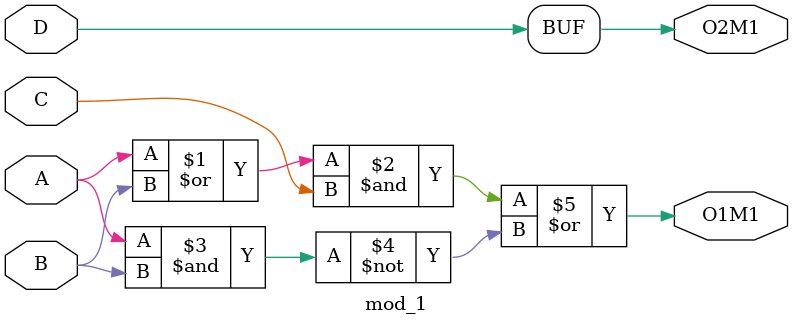
<source format=v>
module mod_1(
    input A, B, C, D,
    output wire  O1M1, O2M1
);
assign O1M1 = ((( A | B) & C) | (~(A & B)));
assign O2M1 = D;

endmodule
</source>
